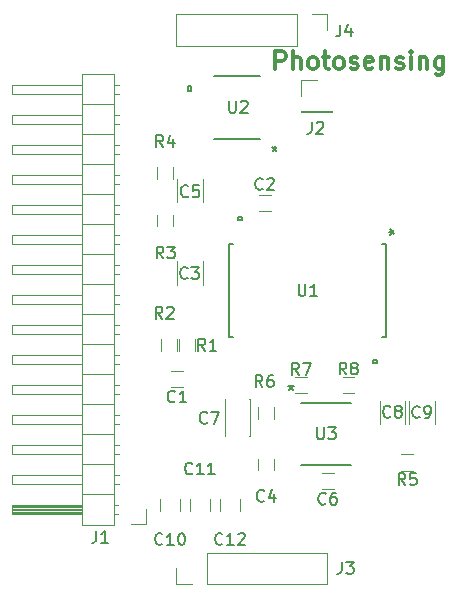
<source format=gto>
%TF.GenerationSoftware,KiCad,Pcbnew,(5.1.6-0-10_14)*%
%TF.CreationDate,2020-09-10T15:52:44+09:00*%
%TF.ProjectId,qPCR-photosensing,71504352-2d70-4686-9f74-6f73656e7369,rev?*%
%TF.SameCoordinates,Original*%
%TF.FileFunction,Legend,Top*%
%TF.FilePolarity,Positive*%
%FSLAX46Y46*%
G04 Gerber Fmt 4.6, Leading zero omitted, Abs format (unit mm)*
G04 Created by KiCad (PCBNEW (5.1.6-0-10_14)) date 2020-09-10 15:52:44*
%MOMM*%
%LPD*%
G01*
G04 APERTURE LIST*
%ADD10C,0.300000*%
%ADD11C,0.120000*%
%ADD12C,0.152400*%
%ADD13C,0.150000*%
G04 APERTURE END LIST*
D10*
X100240877Y-67726951D02*
X100240877Y-66226951D01*
X100812305Y-66226951D01*
X100955162Y-66298380D01*
X101026591Y-66369808D01*
X101098020Y-66512665D01*
X101098020Y-66726951D01*
X101026591Y-66869808D01*
X100955162Y-66941237D01*
X100812305Y-67012665D01*
X100240877Y-67012665D01*
X101740877Y-67726951D02*
X101740877Y-66226951D01*
X102383734Y-67726951D02*
X102383734Y-66941237D01*
X102312305Y-66798380D01*
X102169448Y-66726951D01*
X101955162Y-66726951D01*
X101812305Y-66798380D01*
X101740877Y-66869808D01*
X103312305Y-67726951D02*
X103169448Y-67655522D01*
X103098020Y-67584094D01*
X103026591Y-67441237D01*
X103026591Y-67012665D01*
X103098020Y-66869808D01*
X103169448Y-66798380D01*
X103312305Y-66726951D01*
X103526591Y-66726951D01*
X103669448Y-66798380D01*
X103740877Y-66869808D01*
X103812305Y-67012665D01*
X103812305Y-67441237D01*
X103740877Y-67584094D01*
X103669448Y-67655522D01*
X103526591Y-67726951D01*
X103312305Y-67726951D01*
X104240877Y-66726951D02*
X104812305Y-66726951D01*
X104455162Y-66226951D02*
X104455162Y-67512665D01*
X104526591Y-67655522D01*
X104669448Y-67726951D01*
X104812305Y-67726951D01*
X105526591Y-67726951D02*
X105383734Y-67655522D01*
X105312305Y-67584094D01*
X105240877Y-67441237D01*
X105240877Y-67012665D01*
X105312305Y-66869808D01*
X105383734Y-66798380D01*
X105526591Y-66726951D01*
X105740877Y-66726951D01*
X105883734Y-66798380D01*
X105955162Y-66869808D01*
X106026591Y-67012665D01*
X106026591Y-67441237D01*
X105955162Y-67584094D01*
X105883734Y-67655522D01*
X105740877Y-67726951D01*
X105526591Y-67726951D01*
X106598020Y-67655522D02*
X106740877Y-67726951D01*
X107026591Y-67726951D01*
X107169448Y-67655522D01*
X107240877Y-67512665D01*
X107240877Y-67441237D01*
X107169448Y-67298380D01*
X107026591Y-67226951D01*
X106812305Y-67226951D01*
X106669448Y-67155522D01*
X106598020Y-67012665D01*
X106598020Y-66941237D01*
X106669448Y-66798380D01*
X106812305Y-66726951D01*
X107026591Y-66726951D01*
X107169448Y-66798380D01*
X108455162Y-67655522D02*
X108312305Y-67726951D01*
X108026591Y-67726951D01*
X107883734Y-67655522D01*
X107812305Y-67512665D01*
X107812305Y-66941237D01*
X107883734Y-66798380D01*
X108026591Y-66726951D01*
X108312305Y-66726951D01*
X108455162Y-66798380D01*
X108526591Y-66941237D01*
X108526591Y-67084094D01*
X107812305Y-67226951D01*
X109169448Y-66726951D02*
X109169448Y-67726951D01*
X109169448Y-66869808D02*
X109240877Y-66798380D01*
X109383734Y-66726951D01*
X109598020Y-66726951D01*
X109740877Y-66798380D01*
X109812305Y-66941237D01*
X109812305Y-67726951D01*
X110455162Y-67655522D02*
X110598020Y-67726951D01*
X110883734Y-67726951D01*
X111026591Y-67655522D01*
X111098020Y-67512665D01*
X111098020Y-67441237D01*
X111026591Y-67298380D01*
X110883734Y-67226951D01*
X110669448Y-67226951D01*
X110526591Y-67155522D01*
X110455162Y-67012665D01*
X110455162Y-66941237D01*
X110526591Y-66798380D01*
X110669448Y-66726951D01*
X110883734Y-66726951D01*
X111026591Y-66798380D01*
X111740877Y-67726951D02*
X111740877Y-66726951D01*
X111740877Y-66226951D02*
X111669448Y-66298380D01*
X111740877Y-66369808D01*
X111812305Y-66298380D01*
X111740877Y-66226951D01*
X111740877Y-66369808D01*
X112455162Y-66726951D02*
X112455162Y-67726951D01*
X112455162Y-66869808D02*
X112526591Y-66798380D01*
X112669448Y-66726951D01*
X112883734Y-66726951D01*
X113026591Y-66798380D01*
X113098020Y-66941237D01*
X113098020Y-67726951D01*
X114455162Y-66726951D02*
X114455162Y-67941237D01*
X114383734Y-68084094D01*
X114312305Y-68155522D01*
X114169448Y-68226951D01*
X113955162Y-68226951D01*
X113812305Y-68155522D01*
X114455162Y-67655522D02*
X114312305Y-67726951D01*
X114026591Y-67726951D01*
X113883734Y-67655522D01*
X113812305Y-67584094D01*
X113740877Y-67441237D01*
X113740877Y-67012665D01*
X113812305Y-66869808D01*
X113883734Y-66798380D01*
X114026591Y-66726951D01*
X114312305Y-66726951D01*
X114455162Y-66798380D01*
D11*
%TO.C,C1*%
X92400000Y-94680000D02*
X91400000Y-94680000D01*
X91400000Y-93320000D02*
X92400000Y-93320000D01*
%TO.C,C2*%
X99870800Y-79718200D02*
X98870800Y-79718200D01*
X98870800Y-78358200D02*
X99870800Y-78358200D01*
%TO.C,C3*%
X94070000Y-84000000D02*
X94070000Y-86000000D01*
X91930000Y-86000000D02*
X91930000Y-84000000D01*
%TO.C,C4*%
X98764300Y-101705000D02*
X98764300Y-100705000D01*
X100124300Y-100705000D02*
X100124300Y-101705000D01*
%TO.C,C5*%
X91930000Y-79000000D02*
X91930000Y-77000000D01*
X94070000Y-77000000D02*
X94070000Y-79000000D01*
%TO.C,C6*%
X105169000Y-103299000D02*
X104169000Y-103299000D01*
X104169000Y-101939000D02*
X105169000Y-101939000D01*
%TO.C,C7*%
X95940000Y-98810000D02*
X95940000Y-95690000D01*
X98060000Y-98810000D02*
X98060000Y-95690000D01*
X95940000Y-98810000D02*
X96004000Y-98810000D01*
X97996000Y-98810000D02*
X98060000Y-98810000D01*
X95940000Y-95690000D02*
X96004000Y-95690000D01*
X97996000Y-95690000D02*
X98060000Y-95690000D01*
%TO.C,C8*%
X109093000Y-97821500D02*
X109093000Y-95821500D01*
X111233000Y-95821500D02*
X111233000Y-97821500D01*
%TO.C,C9*%
X113722000Y-95821500D02*
X113722000Y-97821500D01*
X111582000Y-97821500D02*
X111582000Y-95821500D01*
%TO.C,J1*%
X86560000Y-106330000D02*
X86560000Y-68110000D01*
X86560000Y-68110000D02*
X83900000Y-68110000D01*
X83900000Y-68110000D02*
X83900000Y-106330000D01*
X83900000Y-106330000D02*
X86560000Y-106330000D01*
X83900000Y-105380000D02*
X77900000Y-105380000D01*
X77900000Y-105380000D02*
X77900000Y-104620000D01*
X77900000Y-104620000D02*
X83900000Y-104620000D01*
X83900000Y-105320000D02*
X77900000Y-105320000D01*
X83900000Y-105200000D02*
X77900000Y-105200000D01*
X83900000Y-105080000D02*
X77900000Y-105080000D01*
X83900000Y-104960000D02*
X77900000Y-104960000D01*
X83900000Y-104840000D02*
X77900000Y-104840000D01*
X83900000Y-104720000D02*
X77900000Y-104720000D01*
X86890000Y-105380000D02*
X86560000Y-105380000D01*
X86890000Y-104620000D02*
X86560000Y-104620000D01*
X86560000Y-103730000D02*
X83900000Y-103730000D01*
X83900000Y-102840000D02*
X77900000Y-102840000D01*
X77900000Y-102840000D02*
X77900000Y-102080000D01*
X77900000Y-102080000D02*
X83900000Y-102080000D01*
X86957071Y-102840000D02*
X86560000Y-102840000D01*
X86957071Y-102080000D02*
X86560000Y-102080000D01*
X86560000Y-101190000D02*
X83900000Y-101190000D01*
X83900000Y-100300000D02*
X77900000Y-100300000D01*
X77900000Y-100300000D02*
X77900000Y-99540000D01*
X77900000Y-99540000D02*
X83900000Y-99540000D01*
X86957071Y-100300000D02*
X86560000Y-100300000D01*
X86957071Y-99540000D02*
X86560000Y-99540000D01*
X86560000Y-98650000D02*
X83900000Y-98650000D01*
X83900000Y-97760000D02*
X77900000Y-97760000D01*
X77900000Y-97760000D02*
X77900000Y-97000000D01*
X77900000Y-97000000D02*
X83900000Y-97000000D01*
X86957071Y-97760000D02*
X86560000Y-97760000D01*
X86957071Y-97000000D02*
X86560000Y-97000000D01*
X86560000Y-96110000D02*
X83900000Y-96110000D01*
X83900000Y-95220000D02*
X77900000Y-95220000D01*
X77900000Y-95220000D02*
X77900000Y-94460000D01*
X77900000Y-94460000D02*
X83900000Y-94460000D01*
X86957071Y-95220000D02*
X86560000Y-95220000D01*
X86957071Y-94460000D02*
X86560000Y-94460000D01*
X86560000Y-93570000D02*
X83900000Y-93570000D01*
X83900000Y-92680000D02*
X77900000Y-92680000D01*
X77900000Y-92680000D02*
X77900000Y-91920000D01*
X77900000Y-91920000D02*
X83900000Y-91920000D01*
X86957071Y-92680000D02*
X86560000Y-92680000D01*
X86957071Y-91920000D02*
X86560000Y-91920000D01*
X86560000Y-91030000D02*
X83900000Y-91030000D01*
X83900000Y-90140000D02*
X77900000Y-90140000D01*
X77900000Y-90140000D02*
X77900000Y-89380000D01*
X77900000Y-89380000D02*
X83900000Y-89380000D01*
X86957071Y-90140000D02*
X86560000Y-90140000D01*
X86957071Y-89380000D02*
X86560000Y-89380000D01*
X86560000Y-88490000D02*
X83900000Y-88490000D01*
X83900000Y-87600000D02*
X77900000Y-87600000D01*
X77900000Y-87600000D02*
X77900000Y-86840000D01*
X77900000Y-86840000D02*
X83900000Y-86840000D01*
X86957071Y-87600000D02*
X86560000Y-87600000D01*
X86957071Y-86840000D02*
X86560000Y-86840000D01*
X86560000Y-85950000D02*
X83900000Y-85950000D01*
X83900000Y-85060000D02*
X77900000Y-85060000D01*
X77900000Y-85060000D02*
X77900000Y-84300000D01*
X77900000Y-84300000D02*
X83900000Y-84300000D01*
X86957071Y-85060000D02*
X86560000Y-85060000D01*
X86957071Y-84300000D02*
X86560000Y-84300000D01*
X86560000Y-83410000D02*
X83900000Y-83410000D01*
X83900000Y-82520000D02*
X77900000Y-82520000D01*
X77900000Y-82520000D02*
X77900000Y-81760000D01*
X77900000Y-81760000D02*
X83900000Y-81760000D01*
X86957071Y-82520000D02*
X86560000Y-82520000D01*
X86957071Y-81760000D02*
X86560000Y-81760000D01*
X86560000Y-80870000D02*
X83900000Y-80870000D01*
X83900000Y-79980000D02*
X77900000Y-79980000D01*
X77900000Y-79980000D02*
X77900000Y-79220000D01*
X77900000Y-79220000D02*
X83900000Y-79220000D01*
X86957071Y-79980000D02*
X86560000Y-79980000D01*
X86957071Y-79220000D02*
X86560000Y-79220000D01*
X86560000Y-78330000D02*
X83900000Y-78330000D01*
X83900000Y-77440000D02*
X77900000Y-77440000D01*
X77900000Y-77440000D02*
X77900000Y-76680000D01*
X77900000Y-76680000D02*
X83900000Y-76680000D01*
X86957071Y-77440000D02*
X86560000Y-77440000D01*
X86957071Y-76680000D02*
X86560000Y-76680000D01*
X86560000Y-75790000D02*
X83900000Y-75790000D01*
X83900000Y-74900000D02*
X77900000Y-74900000D01*
X77900000Y-74900000D02*
X77900000Y-74140000D01*
X77900000Y-74140000D02*
X83900000Y-74140000D01*
X86957071Y-74900000D02*
X86560000Y-74900000D01*
X86957071Y-74140000D02*
X86560000Y-74140000D01*
X86560000Y-73250000D02*
X83900000Y-73250000D01*
X83900000Y-72360000D02*
X77900000Y-72360000D01*
X77900000Y-72360000D02*
X77900000Y-71600000D01*
X77900000Y-71600000D02*
X83900000Y-71600000D01*
X86957071Y-72360000D02*
X86560000Y-72360000D01*
X86957071Y-71600000D02*
X86560000Y-71600000D01*
X86560000Y-70710000D02*
X83900000Y-70710000D01*
X83900000Y-69820000D02*
X77900000Y-69820000D01*
X77900000Y-69820000D02*
X77900000Y-69060000D01*
X77900000Y-69060000D02*
X83900000Y-69060000D01*
X86957071Y-69820000D02*
X86560000Y-69820000D01*
X86957071Y-69060000D02*
X86560000Y-69060000D01*
X89270000Y-105000000D02*
X89270000Y-106270000D01*
X89270000Y-106270000D02*
X88000000Y-106270000D01*
%TO.C,J3*%
X104628000Y-111330000D02*
X104628000Y-108670000D01*
X94408000Y-111330000D02*
X104628000Y-111330000D01*
X94408000Y-108670000D02*
X104628000Y-108670000D01*
X94408000Y-111330000D02*
X94408000Y-108670000D01*
X93138000Y-111330000D02*
X91808000Y-111330000D01*
X91808000Y-111330000D02*
X91808000Y-110000000D01*
%TO.C,J4*%
X104628000Y-63110000D02*
X104628000Y-64440000D01*
X103298000Y-63110000D02*
X104628000Y-63110000D01*
X102028000Y-63110000D02*
X102028000Y-65770000D01*
X102028000Y-65770000D02*
X91808000Y-65770000D01*
X102028000Y-63110000D02*
X91808000Y-63110000D01*
X91808000Y-63110000D02*
X91808000Y-65770000D01*
%TO.C,R1*%
X93445600Y-90600000D02*
X93445600Y-91600000D01*
X92085600Y-91600000D02*
X92085600Y-90600000D01*
%TO.C,R2*%
X91870800Y-90600000D02*
X91870800Y-91600000D01*
X90510800Y-91600000D02*
X90510800Y-90600000D01*
%TO.C,R3*%
X90195100Y-81057800D02*
X90195100Y-80057800D01*
X91555100Y-80057800D02*
X91555100Y-81057800D01*
%TO.C,R4*%
X90195100Y-77019200D02*
X90195100Y-76019200D01*
X91555100Y-76019200D02*
X91555100Y-77019200D01*
%TO.C,R5*%
X111900000Y-101724000D02*
X110900000Y-101724000D01*
X110900000Y-100364000D02*
X111900000Y-100364000D01*
%TO.C,R6*%
X100124300Y-96378900D02*
X100124300Y-97378900D01*
X98764300Y-97378900D02*
X98764300Y-96378900D01*
%TO.C,R7*%
X102891000Y-95145900D02*
X101891000Y-95145900D01*
X101891000Y-93785900D02*
X102891000Y-93785900D01*
%TO.C,R8*%
X106922000Y-95145900D02*
X105922000Y-95145900D01*
X105922000Y-93785900D02*
X106922000Y-93785900D01*
D12*
%TO.C,U1*%
X108875500Y-92385900D02*
X108875500Y-92639900D01*
X108494500Y-92385900D02*
X108875500Y-92385900D01*
X108494500Y-92639900D02*
X108494500Y-92385900D01*
X108875500Y-92639900D02*
X108494500Y-92639900D01*
X97445500Y-80524100D02*
X97445500Y-80270100D01*
X97064500Y-80524100D02*
X97445500Y-80524100D01*
X97064500Y-80270100D02*
X97064500Y-80524100D01*
X97445500Y-80270100D02*
X97064500Y-80270100D01*
X109297140Y-90379300D02*
X109599400Y-90379300D01*
X96642860Y-82530700D02*
X96340600Y-82530700D01*
X109599400Y-82530700D02*
X109297140Y-82530700D01*
X109599400Y-90379300D02*
X109599400Y-82530700D01*
X96340600Y-90379300D02*
X96642860Y-90379300D01*
X96340600Y-82530700D02*
X96340600Y-90379300D01*
%TO.C,U2*%
X93088400Y-69565499D02*
X92834400Y-69565499D01*
X93088400Y-69184499D02*
X93088400Y-69565499D01*
X92834400Y-69184499D02*
X93088400Y-69184499D01*
X92834400Y-69565499D02*
X92834400Y-69184499D01*
X95058976Y-73679700D02*
X98941024Y-73679700D01*
X98941024Y-68320300D02*
X95058976Y-68320300D01*
%TO.C,U3*%
X106644900Y-95977200D02*
X102403100Y-95977200D01*
X102403100Y-101235000D02*
X106644900Y-101235000D01*
D11*
%TO.C,J2*%
X102391000Y-71330000D02*
X105051000Y-71330000D01*
X102391000Y-71270000D02*
X102391000Y-71330000D01*
X105051000Y-71270000D02*
X105051000Y-71330000D01*
X102391000Y-71270000D02*
X105051000Y-71270000D01*
X102391000Y-70000000D02*
X102391000Y-68670000D01*
X102391000Y-68670000D02*
X103721000Y-68670000D01*
%TO.C,C10*%
X92163000Y-105123000D02*
X92163000Y-104123000D01*
X90463000Y-104123000D02*
X90463000Y-105123000D01*
%TO.C,C11*%
X93003000Y-104123000D02*
X93003000Y-105123000D01*
X94703000Y-105123000D02*
X94703000Y-104123000D01*
%TO.C,C12*%
X97243000Y-105123000D02*
X97243000Y-104123000D01*
X95543000Y-104123000D02*
X95543000Y-105123000D01*
%TO.C,C1*%
D13*
X91738153Y-95863682D02*
X91690534Y-95911301D01*
X91547677Y-95958920D01*
X91452439Y-95958920D01*
X91309581Y-95911301D01*
X91214343Y-95816063D01*
X91166724Y-95720825D01*
X91119105Y-95530349D01*
X91119105Y-95387492D01*
X91166724Y-95197016D01*
X91214343Y-95101778D01*
X91309581Y-95006540D01*
X91452439Y-94958920D01*
X91547677Y-94958920D01*
X91690534Y-95006540D01*
X91738153Y-95054159D01*
X92690534Y-95958920D02*
X92119105Y-95958920D01*
X92404820Y-95958920D02*
X92404820Y-94958920D01*
X92309581Y-95101778D01*
X92214343Y-95197016D01*
X92119105Y-95244635D01*
%TO.C,C2*%
X99154953Y-77865242D02*
X99107334Y-77912861D01*
X98964477Y-77960480D01*
X98869239Y-77960480D01*
X98726381Y-77912861D01*
X98631143Y-77817623D01*
X98583524Y-77722385D01*
X98535905Y-77531909D01*
X98535905Y-77389052D01*
X98583524Y-77198576D01*
X98631143Y-77103338D01*
X98726381Y-77008100D01*
X98869239Y-76960480D01*
X98964477Y-76960480D01*
X99107334Y-77008100D01*
X99154953Y-77055719D01*
X99535905Y-77055719D02*
X99583524Y-77008100D01*
X99678762Y-76960480D01*
X99916858Y-76960480D01*
X100012096Y-77008100D01*
X100059715Y-77055719D01*
X100107334Y-77150957D01*
X100107334Y-77246195D01*
X100059715Y-77389052D01*
X99488286Y-77960480D01*
X100107334Y-77960480D01*
%TO.C,C3*%
X92797333Y-85401422D02*
X92749714Y-85449041D01*
X92606857Y-85496660D01*
X92511619Y-85496660D01*
X92368761Y-85449041D01*
X92273523Y-85353803D01*
X92225904Y-85258565D01*
X92178285Y-85068089D01*
X92178285Y-84925232D01*
X92225904Y-84734756D01*
X92273523Y-84639518D01*
X92368761Y-84544280D01*
X92511619Y-84496660D01*
X92606857Y-84496660D01*
X92749714Y-84544280D01*
X92797333Y-84591899D01*
X93130666Y-84496660D02*
X93749714Y-84496660D01*
X93416380Y-84877613D01*
X93559238Y-84877613D01*
X93654476Y-84925232D01*
X93702095Y-84972851D01*
X93749714Y-85068089D01*
X93749714Y-85306184D01*
X93702095Y-85401422D01*
X93654476Y-85449041D01*
X93559238Y-85496660D01*
X93273523Y-85496660D01*
X93178285Y-85449041D01*
X93130666Y-85401422D01*
%TO.C,C4*%
X99289573Y-104266002D02*
X99241954Y-104313621D01*
X99099097Y-104361240D01*
X99003859Y-104361240D01*
X98861001Y-104313621D01*
X98765763Y-104218383D01*
X98718144Y-104123145D01*
X98670525Y-103932669D01*
X98670525Y-103789812D01*
X98718144Y-103599336D01*
X98765763Y-103504098D01*
X98861001Y-103408860D01*
X99003859Y-103361240D01*
X99099097Y-103361240D01*
X99241954Y-103408860D01*
X99289573Y-103456479D01*
X100146716Y-103694574D02*
X100146716Y-104361240D01*
X99908620Y-103313621D02*
X99670525Y-104027907D01*
X100289573Y-104027907D01*
%TO.C,C5*%
X92848133Y-78477382D02*
X92800514Y-78525001D01*
X92657657Y-78572620D01*
X92562419Y-78572620D01*
X92419561Y-78525001D01*
X92324323Y-78429763D01*
X92276704Y-78334525D01*
X92229085Y-78144049D01*
X92229085Y-78001192D01*
X92276704Y-77810716D01*
X92324323Y-77715478D01*
X92419561Y-77620240D01*
X92562419Y-77572620D01*
X92657657Y-77572620D01*
X92800514Y-77620240D01*
X92848133Y-77667859D01*
X93752895Y-77572620D02*
X93276704Y-77572620D01*
X93229085Y-78048811D01*
X93276704Y-78001192D01*
X93371942Y-77953573D01*
X93610038Y-77953573D01*
X93705276Y-78001192D01*
X93752895Y-78048811D01*
X93800514Y-78144049D01*
X93800514Y-78382144D01*
X93752895Y-78477382D01*
X93705276Y-78525001D01*
X93610038Y-78572620D01*
X93371942Y-78572620D01*
X93276704Y-78525001D01*
X93229085Y-78477382D01*
%TO.C,C6*%
X104499113Y-104504762D02*
X104451494Y-104552381D01*
X104308637Y-104600000D01*
X104213399Y-104600000D01*
X104070541Y-104552381D01*
X103975303Y-104457143D01*
X103927684Y-104361905D01*
X103880065Y-104171429D01*
X103880065Y-104028572D01*
X103927684Y-103838096D01*
X103975303Y-103742858D01*
X104070541Y-103647620D01*
X104213399Y-103600000D01*
X104308637Y-103600000D01*
X104451494Y-103647620D01*
X104499113Y-103695239D01*
X105356256Y-103600000D02*
X105165780Y-103600000D01*
X105070541Y-103647620D01*
X105022922Y-103695239D01*
X104927684Y-103838096D01*
X104880065Y-104028572D01*
X104880065Y-104409524D01*
X104927684Y-104504762D01*
X104975303Y-104552381D01*
X105070541Y-104600000D01*
X105261018Y-104600000D01*
X105356256Y-104552381D01*
X105403875Y-104504762D01*
X105451494Y-104409524D01*
X105451494Y-104171429D01*
X105403875Y-104076191D01*
X105356256Y-104028572D01*
X105261018Y-103980953D01*
X105070541Y-103980953D01*
X104975303Y-104028572D01*
X104927684Y-104076191D01*
X104880065Y-104171429D01*
%TO.C,C7*%
X94453413Y-97654382D02*
X94405794Y-97702001D01*
X94262937Y-97749620D01*
X94167699Y-97749620D01*
X94024841Y-97702001D01*
X93929603Y-97606763D01*
X93881984Y-97511525D01*
X93834365Y-97321049D01*
X93834365Y-97178192D01*
X93881984Y-96987716D01*
X93929603Y-96892478D01*
X94024841Y-96797240D01*
X94167699Y-96749620D01*
X94262937Y-96749620D01*
X94405794Y-96797240D01*
X94453413Y-96844859D01*
X94786746Y-96749620D02*
X95453413Y-96749620D01*
X95024841Y-97749620D01*
%TO.C,C8*%
X109972813Y-97141302D02*
X109925194Y-97188921D01*
X109782337Y-97236540D01*
X109687099Y-97236540D01*
X109544241Y-97188921D01*
X109449003Y-97093683D01*
X109401384Y-96998445D01*
X109353765Y-96807969D01*
X109353765Y-96665112D01*
X109401384Y-96474636D01*
X109449003Y-96379398D01*
X109544241Y-96284160D01*
X109687099Y-96236540D01*
X109782337Y-96236540D01*
X109925194Y-96284160D01*
X109972813Y-96331779D01*
X110544241Y-96665112D02*
X110449003Y-96617493D01*
X110401384Y-96569874D01*
X110353765Y-96474636D01*
X110353765Y-96427017D01*
X110401384Y-96331779D01*
X110449003Y-96284160D01*
X110544241Y-96236540D01*
X110734718Y-96236540D01*
X110829956Y-96284160D01*
X110877575Y-96331779D01*
X110925194Y-96427017D01*
X110925194Y-96474636D01*
X110877575Y-96569874D01*
X110829956Y-96617493D01*
X110734718Y-96665112D01*
X110544241Y-96665112D01*
X110449003Y-96712731D01*
X110401384Y-96760350D01*
X110353765Y-96855588D01*
X110353765Y-97046064D01*
X110401384Y-97141302D01*
X110449003Y-97188921D01*
X110544241Y-97236540D01*
X110734718Y-97236540D01*
X110829956Y-97188921D01*
X110877575Y-97141302D01*
X110925194Y-97046064D01*
X110925194Y-96855588D01*
X110877575Y-96760350D01*
X110829956Y-96712731D01*
X110734718Y-96665112D01*
%TO.C,C9*%
X112451853Y-97179402D02*
X112404234Y-97227021D01*
X112261377Y-97274640D01*
X112166139Y-97274640D01*
X112023281Y-97227021D01*
X111928043Y-97131783D01*
X111880424Y-97036545D01*
X111832805Y-96846069D01*
X111832805Y-96703212D01*
X111880424Y-96512736D01*
X111928043Y-96417498D01*
X112023281Y-96322260D01*
X112166139Y-96274640D01*
X112261377Y-96274640D01*
X112404234Y-96322260D01*
X112451853Y-96369879D01*
X112928043Y-97274640D02*
X113118520Y-97274640D01*
X113213758Y-97227021D01*
X113261377Y-97179402D01*
X113356615Y-97036545D01*
X113404234Y-96846069D01*
X113404234Y-96465117D01*
X113356615Y-96369879D01*
X113308996Y-96322260D01*
X113213758Y-96274640D01*
X113023281Y-96274640D01*
X112928043Y-96322260D01*
X112880424Y-96369879D01*
X112832805Y-96465117D01*
X112832805Y-96703212D01*
X112880424Y-96798450D01*
X112928043Y-96846069D01*
X113023281Y-96893688D01*
X113213758Y-96893688D01*
X113308996Y-96846069D01*
X113356615Y-96798450D01*
X113404234Y-96703212D01*
%TO.C,J1*%
X85058926Y-106815640D02*
X85058926Y-107529926D01*
X85011307Y-107672783D01*
X84916069Y-107768021D01*
X84773212Y-107815640D01*
X84677974Y-107815640D01*
X86058926Y-107815640D02*
X85487498Y-107815640D01*
X85773212Y-107815640D02*
X85773212Y-106815640D01*
X85677974Y-106958498D01*
X85582736Y-107053736D01*
X85487498Y-107101355D01*
%TO.C,J3*%
X105864066Y-109457240D02*
X105864066Y-110171526D01*
X105816447Y-110314383D01*
X105721209Y-110409621D01*
X105578352Y-110457240D01*
X105483114Y-110457240D01*
X106245019Y-109457240D02*
X106864066Y-109457240D01*
X106530733Y-109838193D01*
X106673590Y-109838193D01*
X106768828Y-109885812D01*
X106816447Y-109933431D01*
X106864066Y-110028669D01*
X106864066Y-110266764D01*
X106816447Y-110362002D01*
X106768828Y-110409621D01*
X106673590Y-110457240D01*
X106387876Y-110457240D01*
X106292638Y-110409621D01*
X106245019Y-110362002D01*
%TO.C,J4*%
X105742146Y-63958220D02*
X105742146Y-64672506D01*
X105694527Y-64815363D01*
X105599289Y-64910601D01*
X105456432Y-64958220D01*
X105361194Y-64958220D01*
X106646908Y-64291554D02*
X106646908Y-64958220D01*
X106408813Y-63910601D02*
X106170718Y-64624887D01*
X106789765Y-64624887D01*
%TO.C,R1*%
X94293393Y-91572340D02*
X93960060Y-91096150D01*
X93721964Y-91572340D02*
X93721964Y-90572340D01*
X94102917Y-90572340D01*
X94198155Y-90619960D01*
X94245774Y-90667579D01*
X94293393Y-90762817D01*
X94293393Y-90905674D01*
X94245774Y-91000912D01*
X94198155Y-91048531D01*
X94102917Y-91096150D01*
X93721964Y-91096150D01*
X95245774Y-91572340D02*
X94674345Y-91572340D01*
X94960060Y-91572340D02*
X94960060Y-90572340D01*
X94864821Y-90715198D01*
X94769583Y-90810436D01*
X94674345Y-90858055D01*
%TO.C,R2*%
X90661193Y-88854540D02*
X90327860Y-88378350D01*
X90089764Y-88854540D02*
X90089764Y-87854540D01*
X90470717Y-87854540D01*
X90565955Y-87902160D01*
X90613574Y-87949779D01*
X90661193Y-88045017D01*
X90661193Y-88187874D01*
X90613574Y-88283112D01*
X90565955Y-88330731D01*
X90470717Y-88378350D01*
X90089764Y-88378350D01*
X91042145Y-87949779D02*
X91089764Y-87902160D01*
X91185002Y-87854540D01*
X91423098Y-87854540D01*
X91518336Y-87902160D01*
X91565955Y-87949779D01*
X91613574Y-88045017D01*
X91613574Y-88140255D01*
X91565955Y-88283112D01*
X90994526Y-88854540D01*
X91613574Y-88854540D01*
%TO.C,R3*%
X90755173Y-83764380D02*
X90421840Y-83288190D01*
X90183744Y-83764380D02*
X90183744Y-82764380D01*
X90564697Y-82764380D01*
X90659935Y-82812000D01*
X90707554Y-82859619D01*
X90755173Y-82954857D01*
X90755173Y-83097714D01*
X90707554Y-83192952D01*
X90659935Y-83240571D01*
X90564697Y-83288190D01*
X90183744Y-83288190D01*
X91088506Y-82764380D02*
X91707554Y-82764380D01*
X91374220Y-83145333D01*
X91517078Y-83145333D01*
X91612316Y-83192952D01*
X91659935Y-83240571D01*
X91707554Y-83335809D01*
X91707554Y-83573904D01*
X91659935Y-83669142D01*
X91612316Y-83716761D01*
X91517078Y-83764380D01*
X91231363Y-83764380D01*
X91136125Y-83716761D01*
X91088506Y-83669142D01*
%TO.C,R4*%
X90732313Y-74325740D02*
X90398980Y-73849550D01*
X90160884Y-74325740D02*
X90160884Y-73325740D01*
X90541837Y-73325740D01*
X90637075Y-73373360D01*
X90684694Y-73420979D01*
X90732313Y-73516217D01*
X90732313Y-73659074D01*
X90684694Y-73754312D01*
X90637075Y-73801931D01*
X90541837Y-73849550D01*
X90160884Y-73849550D01*
X91589456Y-73659074D02*
X91589456Y-74325740D01*
X91351360Y-73278121D02*
X91113265Y-73992407D01*
X91732313Y-73992407D01*
%TO.C,R5*%
X111233333Y-102946380D02*
X110900000Y-102470190D01*
X110661904Y-102946380D02*
X110661904Y-101946380D01*
X111042857Y-101946380D01*
X111138095Y-101994000D01*
X111185714Y-102041619D01*
X111233333Y-102136857D01*
X111233333Y-102279714D01*
X111185714Y-102374952D01*
X111138095Y-102422571D01*
X111042857Y-102470190D01*
X110661904Y-102470190D01*
X112138095Y-101946380D02*
X111661904Y-101946380D01*
X111614285Y-102422571D01*
X111661904Y-102374952D01*
X111757142Y-102327333D01*
X111995238Y-102327333D01*
X112090476Y-102374952D01*
X112138095Y-102422571D01*
X112185714Y-102517809D01*
X112185714Y-102755904D01*
X112138095Y-102851142D01*
X112090476Y-102898761D01*
X111995238Y-102946380D01*
X111757142Y-102946380D01*
X111661904Y-102898761D01*
X111614285Y-102851142D01*
%TO.C,R6*%
X99144793Y-94645740D02*
X98811460Y-94169550D01*
X98573364Y-94645740D02*
X98573364Y-93645740D01*
X98954317Y-93645740D01*
X99049555Y-93693360D01*
X99097174Y-93740979D01*
X99144793Y-93836217D01*
X99144793Y-93979074D01*
X99097174Y-94074312D01*
X99049555Y-94121931D01*
X98954317Y-94169550D01*
X98573364Y-94169550D01*
X100001936Y-93645740D02*
X99811460Y-93645740D01*
X99716221Y-93693360D01*
X99668602Y-93740979D01*
X99573364Y-93883836D01*
X99525745Y-94074312D01*
X99525745Y-94455264D01*
X99573364Y-94550502D01*
X99620983Y-94598121D01*
X99716221Y-94645740D01*
X99906698Y-94645740D01*
X100001936Y-94598121D01*
X100049555Y-94550502D01*
X100097174Y-94455264D01*
X100097174Y-94217169D01*
X100049555Y-94121931D01*
X100001936Y-94074312D01*
X99906698Y-94026693D01*
X99716221Y-94026693D01*
X99620983Y-94074312D01*
X99573364Y-94121931D01*
X99525745Y-94217169D01*
%TO.C,R7*%
X102233433Y-93604340D02*
X101900100Y-93128150D01*
X101662004Y-93604340D02*
X101662004Y-92604340D01*
X102042957Y-92604340D01*
X102138195Y-92651960D01*
X102185814Y-92699579D01*
X102233433Y-92794817D01*
X102233433Y-92937674D01*
X102185814Y-93032912D01*
X102138195Y-93080531D01*
X102042957Y-93128150D01*
X101662004Y-93128150D01*
X102566766Y-92604340D02*
X103233433Y-92604340D01*
X102804861Y-93604340D01*
%TO.C,R8*%
X106251713Y-93589100D02*
X105918380Y-93112910D01*
X105680284Y-93589100D02*
X105680284Y-92589100D01*
X106061237Y-92589100D01*
X106156475Y-92636720D01*
X106204094Y-92684339D01*
X106251713Y-92779577D01*
X106251713Y-92922434D01*
X106204094Y-93017672D01*
X106156475Y-93065291D01*
X106061237Y-93112910D01*
X105680284Y-93112910D01*
X106823141Y-93017672D02*
X106727903Y-92970053D01*
X106680284Y-92922434D01*
X106632665Y-92827196D01*
X106632665Y-92779577D01*
X106680284Y-92684339D01*
X106727903Y-92636720D01*
X106823141Y-92589100D01*
X107013618Y-92589100D01*
X107108856Y-92636720D01*
X107156475Y-92684339D01*
X107204094Y-92779577D01*
X107204094Y-92827196D01*
X107156475Y-92922434D01*
X107108856Y-92970053D01*
X107013618Y-93017672D01*
X106823141Y-93017672D01*
X106727903Y-93065291D01*
X106680284Y-93112910D01*
X106632665Y-93208148D01*
X106632665Y-93398624D01*
X106680284Y-93493862D01*
X106727903Y-93541481D01*
X106823141Y-93589100D01*
X107013618Y-93589100D01*
X107108856Y-93541481D01*
X107156475Y-93493862D01*
X107204094Y-93398624D01*
X107204094Y-93208148D01*
X107156475Y-93112910D01*
X107108856Y-93065291D01*
X107013618Y-93017672D01*
%TO.C,U1*%
X102199535Y-85913980D02*
X102199535Y-86723504D01*
X102247154Y-86818742D01*
X102294773Y-86866361D01*
X102390011Y-86913980D01*
X102580487Y-86913980D01*
X102675725Y-86866361D01*
X102723344Y-86818742D01*
X102770963Y-86723504D01*
X102770963Y-85913980D01*
X103770963Y-86913980D02*
X103199535Y-86913980D01*
X103485249Y-86913980D02*
X103485249Y-85913980D01*
X103390011Y-86056838D01*
X103294773Y-86152076D01*
X103199535Y-86199695D01*
X109839180Y-81514700D02*
X110077276Y-81514700D01*
X109982038Y-81752795D02*
X110077276Y-81514700D01*
X109982038Y-81276604D01*
X110267752Y-81657557D02*
X110077276Y-81514700D01*
X110267752Y-81371842D01*
X109839180Y-81514700D02*
X110077276Y-81514700D01*
X109982038Y-81752795D02*
X110077276Y-81514700D01*
X109982038Y-81276604D01*
X110267752Y-81657557D02*
X110077276Y-81514700D01*
X110267752Y-81371842D01*
%TO.C,U2*%
X96311815Y-70425060D02*
X96311815Y-71234584D01*
X96359434Y-71329822D01*
X96407053Y-71377441D01*
X96502291Y-71425060D01*
X96692767Y-71425060D01*
X96788005Y-71377441D01*
X96835624Y-71329822D01*
X96883243Y-71234584D01*
X96883243Y-70425060D01*
X97311815Y-70520299D02*
X97359434Y-70472680D01*
X97454672Y-70425060D01*
X97692767Y-70425060D01*
X97788005Y-70472680D01*
X97835624Y-70520299D01*
X97883243Y-70615537D01*
X97883243Y-70710775D01*
X97835624Y-70853632D01*
X97264196Y-71425060D01*
X97883243Y-71425060D01*
X100175000Y-74225981D02*
X100175000Y-74464077D01*
X99936904Y-74368839D02*
X100175000Y-74464077D01*
X100413095Y-74368839D01*
X100032142Y-74654553D02*
X100175000Y-74464077D01*
X100317857Y-74654553D01*
X100175000Y-74225981D02*
X100175000Y-74464077D01*
X99936904Y-74368839D02*
X100175000Y-74464077D01*
X100413095Y-74368839D01*
X100032142Y-74654553D02*
X100175000Y-74464077D01*
X100317857Y-74654553D01*
%TO.C,U3*%
X103762095Y-98058480D02*
X103762095Y-98868004D01*
X103809714Y-98963242D01*
X103857333Y-99010861D01*
X103952571Y-99058480D01*
X104143047Y-99058480D01*
X104238285Y-99010861D01*
X104285904Y-98963242D01*
X104333523Y-98868004D01*
X104333523Y-98058480D01*
X104714476Y-98058480D02*
X105333523Y-98058480D01*
X105000190Y-98439433D01*
X105143047Y-98439433D01*
X105238285Y-98487052D01*
X105285904Y-98534671D01*
X105333523Y-98629909D01*
X105333523Y-98868004D01*
X105285904Y-98963242D01*
X105238285Y-99010861D01*
X105143047Y-99058480D01*
X104857333Y-99058480D01*
X104762095Y-99010861D01*
X104714476Y-98963242D01*
X101545850Y-94451680D02*
X101545850Y-94689776D01*
X101307754Y-94594538D02*
X101545850Y-94689776D01*
X101783945Y-94594538D01*
X101402992Y-94880252D02*
X101545850Y-94689776D01*
X101688707Y-94880252D01*
X101545850Y-94451680D02*
X101545850Y-94689776D01*
X101307754Y-94594538D02*
X101545850Y-94689776D01*
X101783945Y-94594538D01*
X101402992Y-94880252D02*
X101545850Y-94689776D01*
X101688707Y-94880252D01*
%TO.C,J2*%
X103303746Y-72197980D02*
X103303746Y-72912266D01*
X103256127Y-73055123D01*
X103160889Y-73150361D01*
X103018032Y-73197980D01*
X102922794Y-73197980D01*
X103732318Y-72293219D02*
X103779937Y-72245600D01*
X103875175Y-72197980D01*
X104113270Y-72197980D01*
X104208508Y-72245600D01*
X104256127Y-72293219D01*
X104303746Y-72388457D01*
X104303746Y-72483695D01*
X104256127Y-72626552D01*
X103684699Y-73197980D01*
X104303746Y-73197980D01*
%TO.C,C10*%
X90675222Y-107936302D02*
X90627603Y-107983921D01*
X90484746Y-108031540D01*
X90389508Y-108031540D01*
X90246651Y-107983921D01*
X90151413Y-107888683D01*
X90103794Y-107793445D01*
X90056175Y-107602969D01*
X90056175Y-107460112D01*
X90103794Y-107269636D01*
X90151413Y-107174398D01*
X90246651Y-107079160D01*
X90389508Y-107031540D01*
X90484746Y-107031540D01*
X90627603Y-107079160D01*
X90675222Y-107126779D01*
X91627603Y-108031540D02*
X91056175Y-108031540D01*
X91341889Y-108031540D02*
X91341889Y-107031540D01*
X91246651Y-107174398D01*
X91151413Y-107269636D01*
X91056175Y-107317255D01*
X92246651Y-107031540D02*
X92341889Y-107031540D01*
X92437127Y-107079160D01*
X92484746Y-107126779D01*
X92532365Y-107222017D01*
X92579984Y-107412493D01*
X92579984Y-107650588D01*
X92532365Y-107841064D01*
X92484746Y-107936302D01*
X92437127Y-107983921D01*
X92341889Y-108031540D01*
X92246651Y-108031540D01*
X92151413Y-107983921D01*
X92103794Y-107936302D01*
X92056175Y-107841064D01*
X92008556Y-107650588D01*
X92008556Y-107412493D01*
X92056175Y-107222017D01*
X92103794Y-107126779D01*
X92151413Y-107079160D01*
X92246651Y-107031540D01*
%TO.C,C11*%
X93199982Y-101949522D02*
X93152363Y-101997141D01*
X93009506Y-102044760D01*
X92914268Y-102044760D01*
X92771411Y-101997141D01*
X92676173Y-101901903D01*
X92628554Y-101806665D01*
X92580935Y-101616189D01*
X92580935Y-101473332D01*
X92628554Y-101282856D01*
X92676173Y-101187618D01*
X92771411Y-101092380D01*
X92914268Y-101044760D01*
X93009506Y-101044760D01*
X93152363Y-101092380D01*
X93199982Y-101139999D01*
X94152363Y-102044760D02*
X93580935Y-102044760D01*
X93866649Y-102044760D02*
X93866649Y-101044760D01*
X93771411Y-101187618D01*
X93676173Y-101282856D01*
X93580935Y-101330475D01*
X95104744Y-102044760D02*
X94533316Y-102044760D01*
X94819030Y-102044760D02*
X94819030Y-101044760D01*
X94723792Y-101187618D01*
X94628554Y-101282856D01*
X94533316Y-101330475D01*
%TO.C,C12*%
X95752682Y-107910902D02*
X95705063Y-107958521D01*
X95562206Y-108006140D01*
X95466968Y-108006140D01*
X95324111Y-107958521D01*
X95228873Y-107863283D01*
X95181254Y-107768045D01*
X95133635Y-107577569D01*
X95133635Y-107434712D01*
X95181254Y-107244236D01*
X95228873Y-107148998D01*
X95324111Y-107053760D01*
X95466968Y-107006140D01*
X95562206Y-107006140D01*
X95705063Y-107053760D01*
X95752682Y-107101379D01*
X96705063Y-108006140D02*
X96133635Y-108006140D01*
X96419349Y-108006140D02*
X96419349Y-107006140D01*
X96324111Y-107148998D01*
X96228873Y-107244236D01*
X96133635Y-107291855D01*
X97086016Y-107101379D02*
X97133635Y-107053760D01*
X97228873Y-107006140D01*
X97466968Y-107006140D01*
X97562206Y-107053760D01*
X97609825Y-107101379D01*
X97657444Y-107196617D01*
X97657444Y-107291855D01*
X97609825Y-107434712D01*
X97038397Y-108006140D01*
X97657444Y-108006140D01*
%TD*%
M02*

</source>
